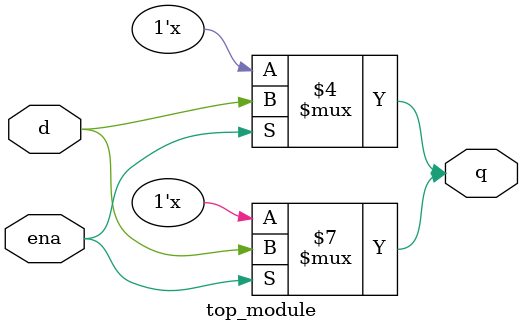
<source format=v>
module top_module (
    input d, 
    input ena,
    output q);
    
    // 寫法一
    always @(*) begin
        if(ena) begin
            q = d;
        end
    end

    //寫法二
    always @(*) begin
        if(ena)
            q=d;
        else
            q=q;  // 所以像寫法一把這行省略也可以。
    end

endmodule

</source>
